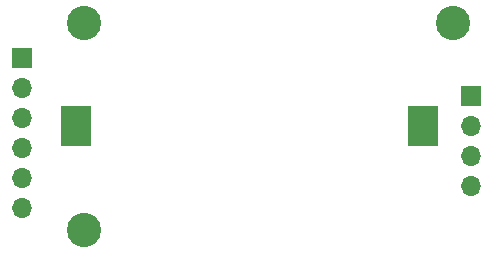
<source format=gbr>
%TF.GenerationSoftware,KiCad,Pcbnew,(5.1.10)-1*%
%TF.CreationDate,2021-10-14T15:31:21-03:00*%
%TF.ProjectId,RTC DS3231,52544320-4453-4333-9233-312e6b696361,1*%
%TF.SameCoordinates,Original*%
%TF.FileFunction,Soldermask,Bot*%
%TF.FilePolarity,Negative*%
%FSLAX46Y46*%
G04 Gerber Fmt 4.6, Leading zero omitted, Abs format (unit mm)*
G04 Created by KiCad (PCBNEW (5.1.10)-1) date 2021-10-14 15:31:21*
%MOMM*%
%LPD*%
G01*
G04 APERTURE LIST*
%ADD10R,1.700000X1.700000*%
%ADD11O,1.700000X1.700000*%
%ADD12R,2.540000X3.510000*%
%ADD13C,2.900000*%
G04 APERTURE END LIST*
D10*
%TO.C,J102*%
X140000000Y-88210000D03*
D11*
X140000000Y-90750000D03*
X140000000Y-93290000D03*
X140000000Y-95830000D03*
%TD*%
D12*
%TO.C,BT101*%
X135930000Y-90750000D03*
X106570000Y-90750000D03*
%TD*%
D13*
%TO.C,H101*%
X107250000Y-82000000D03*
%TD*%
%TO.C,H102*%
X138500000Y-82000000D03*
%TD*%
%TO.C,H103*%
X107250000Y-99500000D03*
%TD*%
D10*
%TO.C,J101*%
X102000000Y-84920000D03*
D11*
X102000000Y-87460000D03*
X102000000Y-90000000D03*
X102000000Y-92540000D03*
X102000000Y-95080000D03*
X102000000Y-97620000D03*
%TD*%
M02*

</source>
